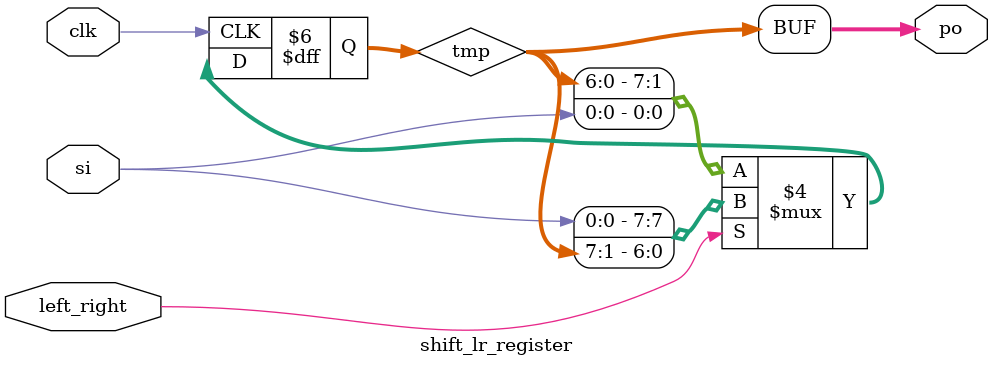
<source format=v>
module shift_lr_register (clk,si,left_right,po) ; 

input clk,si,left_right ; 
output [7:0] po ; 
reg [7:0] tmp ; 

always @(posedge clk) 
    begin 
        if (left_right == 1'b0) 
            tmp <= {tmp[6:0],si} ; 
        else 
            tmp <= {si,tmp[7:1]} ; 
    end 
assign po = tmp ; 

endmodule 
</source>
